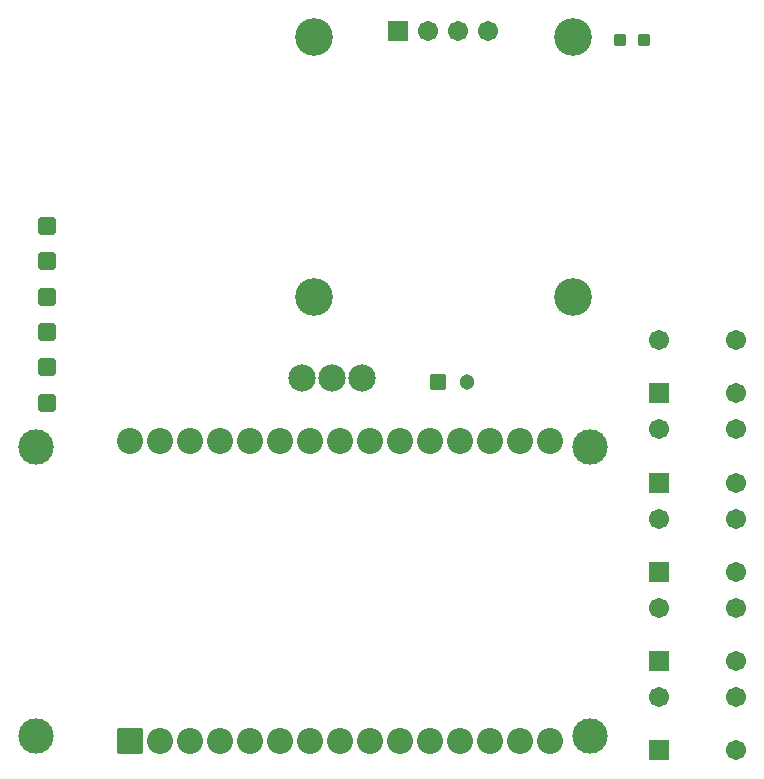
<source format=gbr>
%TF.GenerationSoftware,KiCad,Pcbnew,9.0.6*%
%TF.CreationDate,2025-12-11T14:53:55+06:00*%
%TF.ProjectId,.WAV player,2e574156-2070-46c6-9179-65722e6b6963,rev?*%
%TF.SameCoordinates,Original*%
%TF.FileFunction,Soldermask,Top*%
%TF.FilePolarity,Negative*%
%FSLAX46Y46*%
G04 Gerber Fmt 4.6, Leading zero omitted, Abs format (unit mm)*
G04 Created by KiCad (PCBNEW 9.0.6) date 2025-12-11 14:53:55*
%MOMM*%
%LPD*%
G01*
G04 APERTURE LIST*
G04 Aperture macros list*
%AMRoundRect*
0 Rectangle with rounded corners*
0 $1 Rounding radius*
0 $2 $3 $4 $5 $6 $7 $8 $9 X,Y pos of 4 corners*
0 Add a 4 corners polygon primitive as box body*
4,1,4,$2,$3,$4,$5,$6,$7,$8,$9,$2,$3,0*
0 Add four circle primitives for the rounded corners*
1,1,$1+$1,$2,$3*
1,1,$1+$1,$4,$5*
1,1,$1+$1,$6,$7*
1,1,$1+$1,$8,$9*
0 Add four rect primitives between the rounded corners*
20,1,$1+$1,$2,$3,$4,$5,0*
20,1,$1+$1,$4,$5,$6,$7,0*
20,1,$1+$1,$6,$7,$8,$9,0*
20,1,$1+$1,$8,$9,$2,$3,0*%
G04 Aperture macros list end*
%ADD10C,2.304000*%
%ADD11RoundRect,0.102000X-0.754000X-0.754000X0.754000X-0.754000X0.754000X0.754000X-0.754000X0.754000X0*%
%ADD12C,1.712000*%
%ADD13RoundRect,0.225000X0.525000X-0.525000X0.525000X0.525000X-0.525000X0.525000X-0.525000X-0.525000X0*%
%ADD14C,3.000000*%
%ADD15RoundRect,0.102000X1.000000X-1.000000X1.000000X1.000000X-1.000000X1.000000X-1.000000X-1.000000X0*%
%ADD16C,2.204000*%
%ADD17C,1.304000*%
%ADD18RoundRect,0.102000X-0.550000X-0.550000X0.550000X-0.550000X0.550000X0.550000X-0.550000X0.550000X0*%
%ADD19C,3.204000*%
%ADD20RoundRect,0.150000X0.350000X0.350000X-0.350000X0.350000X-0.350000X-0.350000X0.350000X-0.350000X0*%
G04 APERTURE END LIST*
D10*
%TO.C,Q1*%
X122174000Y-83820000D03*
X124714000Y-83820000D03*
X127254000Y-83820000D03*
%TD*%
D11*
%TO.C,S5*%
X152400000Y-115381000D03*
D12*
X158900000Y-115381000D03*
X152400000Y-110881000D03*
X158900000Y-110881000D03*
%TD*%
D11*
%TO.C,S1*%
X152400000Y-85149000D03*
D12*
X158900000Y-85149000D03*
X152400000Y-80649000D03*
X158900000Y-80649000D03*
%TD*%
D13*
%TO.C,U3*%
X100584000Y-85962000D03*
X100584000Y-82962000D03*
X100584000Y-79962000D03*
X100584000Y-76962000D03*
X100584000Y-73962000D03*
X100584000Y-70962000D03*
%TD*%
D14*
%TO.C,U1*%
X99608000Y-114172000D03*
X146558000Y-114172000D03*
X99608000Y-89662000D03*
X146558000Y-89662000D03*
D15*
X107568000Y-114592000D03*
D16*
X110108000Y-114592000D03*
X112648000Y-114592000D03*
X115188000Y-114592000D03*
X117728000Y-114592000D03*
X120268000Y-114592000D03*
X122808000Y-114592000D03*
X125348000Y-114592000D03*
X127888000Y-114592000D03*
X130428000Y-114592000D03*
X132968000Y-114592000D03*
X135508000Y-114592000D03*
X138048000Y-114592000D03*
X140588000Y-114592000D03*
X143128000Y-114592000D03*
X143128000Y-89192000D03*
X140588000Y-89192000D03*
X138048000Y-89192000D03*
X135508000Y-89192000D03*
X132968000Y-89192000D03*
X130428000Y-89192000D03*
X127888000Y-89192000D03*
X125348000Y-89192000D03*
X122808000Y-89192000D03*
X120268000Y-89192000D03*
X117728000Y-89192000D03*
X115188000Y-89192000D03*
X112648000Y-89192000D03*
X110108000Y-89192000D03*
X107568000Y-89192000D03*
%TD*%
D11*
%TO.C,S2*%
X152400000Y-92707000D03*
D12*
X158900000Y-92707000D03*
X152400000Y-88207000D03*
X158900000Y-88207000D03*
%TD*%
D11*
%TO.C,S4*%
X152400000Y-107823000D03*
D12*
X158900000Y-107823000D03*
X152400000Y-103323000D03*
X158900000Y-103323000D03*
%TD*%
D11*
%TO.C,S3*%
X152400000Y-100265000D03*
D12*
X158900000Y-100265000D03*
X152400000Y-95765000D03*
X158900000Y-95765000D03*
%TD*%
D17*
%TO.C,C1*%
X136124000Y-84201000D03*
D18*
X133624000Y-84201000D03*
%TD*%
D11*
%TO.C,U2*%
X130302000Y-54498500D03*
D12*
X132842000Y-54498500D03*
X135382000Y-54498500D03*
X137922000Y-54498500D03*
D19*
X123112000Y-54998500D03*
X145112000Y-54998500D03*
X145112000Y-76998500D03*
X123112000Y-76998500D03*
%TD*%
D20*
%TO.C,U4*%
X151098000Y-55245000D03*
X149098000Y-55245000D03*
%TD*%
M02*

</source>
